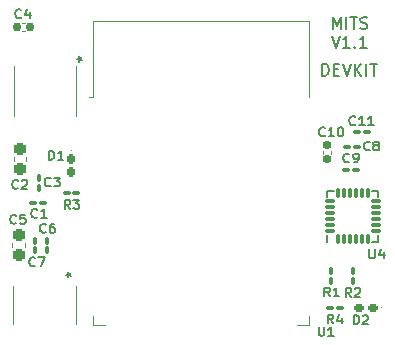
<source format=gto>
G04 #@! TF.GenerationSoftware,KiCad,Pcbnew,(6.0.1-0)*
G04 #@! TF.CreationDate,2022-01-30T17:20:39-05:00*
G04 #@! TF.ProjectId,impact_v1.1,696d7061-6374-45f7-9631-2e312e6b6963,rev?*
G04 #@! TF.SameCoordinates,Original*
G04 #@! TF.FileFunction,Legend,Top*
G04 #@! TF.FilePolarity,Positive*
%FSLAX46Y46*%
G04 Gerber Fmt 4.6, Leading zero omitted, Abs format (unit mm)*
G04 Created by KiCad (PCBNEW (6.0.1-0)) date 2022-01-30 17:20:39*
%MOMM*%
%LPD*%
G01*
G04 APERTURE LIST*
G04 Aperture macros list*
%AMRoundRect*
0 Rectangle with rounded corners*
0 $1 Rounding radius*
0 $2 $3 $4 $5 $6 $7 $8 $9 X,Y pos of 4 corners*
0 Add a 4 corners polygon primitive as box body*
4,1,4,$2,$3,$4,$5,$6,$7,$8,$9,$2,$3,0*
0 Add four circle primitives for the rounded corners*
1,1,$1+$1,$2,$3*
1,1,$1+$1,$4,$5*
1,1,$1+$1,$6,$7*
1,1,$1+$1,$8,$9*
0 Add four rect primitives between the rounded corners*
20,1,$1+$1,$2,$3,$4,$5,0*
20,1,$1+$1,$4,$5,$6,$7,0*
20,1,$1+$1,$6,$7,$8,$9,0*
20,1,$1+$1,$8,$9,$2,$3,0*%
G04 Aperture macros list end*
%ADD10C,0.150000*%
%ADD11C,0.170000*%
%ADD12C,0.120000*%
%ADD13C,0.100000*%
%ADD14R,0.533400X1.460500*%
%ADD15R,0.813000X0.500000*%
%ADD16R,0.449200X1.117800*%
%ADD17R,5.000000X5.000000*%
%ADD18R,2.000000X0.900000*%
%ADD19R,0.900000X2.000000*%
%ADD20RoundRect,0.100000X0.217500X0.100000X-0.217500X0.100000X-0.217500X-0.100000X0.217500X-0.100000X0*%
%ADD21RoundRect,0.100000X-0.100000X0.217500X-0.100000X-0.217500X0.100000X-0.217500X0.100000X0.217500X0*%
%ADD22RoundRect,0.100000X0.100000X-0.217500X0.100000X0.217500X-0.100000X0.217500X-0.100000X-0.217500X0*%
%ADD23RoundRect,0.160000X0.222500X0.160000X-0.222500X0.160000X-0.222500X-0.160000X0.222500X-0.160000X0*%
%ADD24RoundRect,0.100000X-0.217500X-0.100000X0.217500X-0.100000X0.217500X0.100000X-0.217500X0.100000X0*%
%ADD25RoundRect,0.160000X-0.160000X0.222500X-0.160000X-0.222500X0.160000X-0.222500X0.160000X0.222500X0*%
%ADD26RoundRect,0.075000X0.350000X0.075000X-0.350000X0.075000X-0.350000X-0.075000X0.350000X-0.075000X0*%
%ADD27RoundRect,0.075000X0.075000X-0.350000X0.075000X0.350000X-0.075000X0.350000X-0.075000X-0.350000X0*%
%ADD28RoundRect,0.155000X0.155000X-0.212500X0.155000X0.212500X-0.155000X0.212500X-0.155000X-0.212500X0*%
%ADD29RoundRect,0.237500X-0.237500X0.300000X-0.237500X-0.300000X0.237500X-0.300000X0.237500X0.300000X0*%
%ADD30RoundRect,0.237500X0.237500X-0.300000X0.237500X0.300000X-0.237500X0.300000X-0.237500X-0.300000X0*%
%ADD31RoundRect,0.155000X0.212500X0.155000X-0.212500X0.155000X-0.212500X-0.155000X0.212500X-0.155000X0*%
G04 APERTURE END LIST*
D10*
X162638095Y-82902380D02*
X162638095Y-81902380D01*
X162876190Y-81902380D01*
X163019047Y-81950000D01*
X163114285Y-82045238D01*
X163161904Y-82140476D01*
X163209523Y-82330952D01*
X163209523Y-82473809D01*
X163161904Y-82664285D01*
X163114285Y-82759523D01*
X163019047Y-82854761D01*
X162876190Y-82902380D01*
X162638095Y-82902380D01*
X163638095Y-82378571D02*
X163971428Y-82378571D01*
X164114285Y-82902380D02*
X163638095Y-82902380D01*
X163638095Y-81902380D01*
X164114285Y-81902380D01*
X164400000Y-81902380D02*
X164733333Y-82902380D01*
X165066666Y-81902380D01*
X165400000Y-82902380D02*
X165400000Y-81902380D01*
X165971428Y-82902380D02*
X165542857Y-82330952D01*
X165971428Y-81902380D02*
X165400000Y-82473809D01*
X166400000Y-82902380D02*
X166400000Y-81902380D01*
X166733333Y-81902380D02*
X167304761Y-81902380D01*
X167019047Y-82902380D02*
X167019047Y-81902380D01*
X163571428Y-78947380D02*
X163571428Y-77947380D01*
X163904761Y-78661666D01*
X164238095Y-77947380D01*
X164238095Y-78947380D01*
X164714285Y-78947380D02*
X164714285Y-77947380D01*
X165047619Y-77947380D02*
X165619047Y-77947380D01*
X165333333Y-78947380D02*
X165333333Y-77947380D01*
X165904761Y-78899761D02*
X166047619Y-78947380D01*
X166285714Y-78947380D01*
X166380952Y-78899761D01*
X166428571Y-78852142D01*
X166476190Y-78756904D01*
X166476190Y-78661666D01*
X166428571Y-78566428D01*
X166380952Y-78518809D01*
X166285714Y-78471190D01*
X166095238Y-78423571D01*
X166000000Y-78375952D01*
X165952380Y-78328333D01*
X165904761Y-78233095D01*
X165904761Y-78137857D01*
X165952380Y-78042619D01*
X166000000Y-77995000D01*
X166095238Y-77947380D01*
X166333333Y-77947380D01*
X166476190Y-77995000D01*
X163476190Y-79557380D02*
X163809523Y-80557380D01*
X164142857Y-79557380D01*
X165000000Y-80557380D02*
X164428571Y-80557380D01*
X164714285Y-80557380D02*
X164714285Y-79557380D01*
X164619047Y-79700238D01*
X164523809Y-79795476D01*
X164428571Y-79843095D01*
X165428571Y-80462142D02*
X165476190Y-80509761D01*
X165428571Y-80557380D01*
X165380952Y-80509761D01*
X165428571Y-80462142D01*
X165428571Y-80557380D01*
X166428571Y-80557380D02*
X165857142Y-80557380D01*
X166142857Y-80557380D02*
X166142857Y-79557380D01*
X166047619Y-79700238D01*
X165952380Y-79795476D01*
X165857142Y-79843095D01*
X141908380Y-81469900D02*
X142146476Y-81469900D01*
X142051238Y-81707995D02*
X142146476Y-81469900D01*
X142051238Y-81231804D01*
X142336952Y-81612757D02*
X142146476Y-81469900D01*
X142336952Y-81327042D01*
X141002381Y-99756101D02*
X141240477Y-99756101D01*
X141145239Y-99994196D02*
X141240477Y-99756101D01*
X141145239Y-99518005D01*
X141430953Y-99898958D02*
X141240477Y-99756101D01*
X141430953Y-99613243D01*
X162375238Y-104189285D02*
X162375238Y-104796428D01*
X162414285Y-104867857D01*
X162453333Y-104903571D01*
X162531428Y-104939285D01*
X162687619Y-104939285D01*
X162765714Y-104903571D01*
X162804761Y-104867857D01*
X162843809Y-104796428D01*
X162843809Y-104189285D01*
X163663809Y-104939285D02*
X163195238Y-104939285D01*
X163429523Y-104939285D02*
X163429523Y-104189285D01*
X163351428Y-104296428D01*
X163273333Y-104367857D01*
X163195238Y-104403571D01*
X164963333Y-90183857D02*
X164924285Y-90219571D01*
X164807142Y-90255285D01*
X164729047Y-90255285D01*
X164611904Y-90219571D01*
X164533809Y-90148142D01*
X164494761Y-90076714D01*
X164455714Y-89933857D01*
X164455714Y-89826714D01*
X164494761Y-89683857D01*
X164533809Y-89612428D01*
X164611904Y-89541000D01*
X164729047Y-89505285D01*
X164807142Y-89505285D01*
X164924285Y-89541000D01*
X164963333Y-89576714D01*
X165353809Y-90255285D02*
X165510000Y-90255285D01*
X165588095Y-90219571D01*
X165627142Y-90183857D01*
X165705238Y-90076714D01*
X165744285Y-89933857D01*
X165744285Y-89648142D01*
X165705238Y-89576714D01*
X165666190Y-89541000D01*
X165588095Y-89505285D01*
X165431904Y-89505285D01*
X165353809Y-89541000D01*
X165314761Y-89576714D01*
X165275714Y-89648142D01*
X165275714Y-89826714D01*
X165314761Y-89898142D01*
X165353809Y-89933857D01*
X165431904Y-89969571D01*
X165588095Y-89969571D01*
X165666190Y-89933857D01*
X165705238Y-89898142D01*
X165744285Y-89826714D01*
X163605833Y-103889285D02*
X163332500Y-103532142D01*
X163137261Y-103889285D02*
X163137261Y-103139285D01*
X163449642Y-103139285D01*
X163527738Y-103175000D01*
X163566785Y-103210714D01*
X163605833Y-103282142D01*
X163605833Y-103389285D01*
X163566785Y-103460714D01*
X163527738Y-103496428D01*
X163449642Y-103532142D01*
X163137261Y-103532142D01*
X164308690Y-103389285D02*
X164308690Y-103889285D01*
X164113452Y-103103571D02*
X163918214Y-103639285D01*
X164425833Y-103639285D01*
X163312633Y-101604385D02*
X163039300Y-101247242D01*
X162844061Y-101604385D02*
X162844061Y-100854385D01*
X163156442Y-100854385D01*
X163234538Y-100890100D01*
X163273585Y-100925814D01*
X163312633Y-100997242D01*
X163312633Y-101104385D01*
X163273585Y-101175814D01*
X163234538Y-101211528D01*
X163156442Y-101247242D01*
X162844061Y-101247242D01*
X164093585Y-101604385D02*
X163625014Y-101604385D01*
X163859300Y-101604385D02*
X163859300Y-100854385D01*
X163781204Y-100961528D01*
X163703109Y-101032957D01*
X163625014Y-101068671D01*
X139263333Y-96130357D02*
X139224285Y-96166071D01*
X139107142Y-96201785D01*
X139029047Y-96201785D01*
X138911904Y-96166071D01*
X138833809Y-96094642D01*
X138794761Y-96023214D01*
X138755714Y-95880357D01*
X138755714Y-95773214D01*
X138794761Y-95630357D01*
X138833809Y-95558928D01*
X138911904Y-95487500D01*
X139029047Y-95451785D01*
X139107142Y-95451785D01*
X139224285Y-95487500D01*
X139263333Y-95523214D01*
X139966190Y-95451785D02*
X139810000Y-95451785D01*
X139731904Y-95487500D01*
X139692857Y-95523214D01*
X139614761Y-95630357D01*
X139575714Y-95773214D01*
X139575714Y-96058928D01*
X139614761Y-96130357D01*
X139653809Y-96166071D01*
X139731904Y-96201785D01*
X139888095Y-96201785D01*
X139966190Y-96166071D01*
X140005238Y-96130357D01*
X140044285Y-96058928D01*
X140044285Y-95880357D01*
X140005238Y-95808928D01*
X139966190Y-95773214D01*
X139888095Y-95737500D01*
X139731904Y-95737500D01*
X139653809Y-95773214D01*
X139614761Y-95808928D01*
X139575714Y-95880357D01*
X165314761Y-103939285D02*
X165314761Y-103189285D01*
X165510000Y-103189285D01*
X165627142Y-103225000D01*
X165705238Y-103296428D01*
X165744285Y-103367857D01*
X165783333Y-103510714D01*
X165783333Y-103617857D01*
X165744285Y-103760714D01*
X165705238Y-103832142D01*
X165627142Y-103903571D01*
X165510000Y-103939285D01*
X165314761Y-103939285D01*
X166095714Y-103260714D02*
X166134761Y-103225000D01*
X166212857Y-103189285D01*
X166408095Y-103189285D01*
X166486190Y-103225000D01*
X166525238Y-103260714D01*
X166564285Y-103332142D01*
X166564285Y-103403571D01*
X166525238Y-103510714D01*
X166056666Y-103939285D01*
X166564285Y-103939285D01*
X166688333Y-89167857D02*
X166649285Y-89203571D01*
X166532142Y-89239285D01*
X166454047Y-89239285D01*
X166336904Y-89203571D01*
X166258809Y-89132142D01*
X166219761Y-89060714D01*
X166180714Y-88917857D01*
X166180714Y-88810714D01*
X166219761Y-88667857D01*
X166258809Y-88596428D01*
X166336904Y-88525000D01*
X166454047Y-88489285D01*
X166532142Y-88489285D01*
X166649285Y-88525000D01*
X166688333Y-88560714D01*
X167156904Y-88810714D02*
X167078809Y-88775000D01*
X167039761Y-88739285D01*
X167000714Y-88667857D01*
X167000714Y-88632142D01*
X167039761Y-88560714D01*
X167078809Y-88525000D01*
X167156904Y-88489285D01*
X167313095Y-88489285D01*
X167391190Y-88525000D01*
X167430238Y-88560714D01*
X167469285Y-88632142D01*
X167469285Y-88667857D01*
X167430238Y-88739285D01*
X167391190Y-88775000D01*
X167313095Y-88810714D01*
X167156904Y-88810714D01*
X167078809Y-88846428D01*
X167039761Y-88882142D01*
X167000714Y-88953571D01*
X167000714Y-89096428D01*
X167039761Y-89167857D01*
X167078809Y-89203571D01*
X167156904Y-89239285D01*
X167313095Y-89239285D01*
X167391190Y-89203571D01*
X167430238Y-89167857D01*
X167469285Y-89096428D01*
X167469285Y-88953571D01*
X167430238Y-88882142D01*
X167391190Y-88846428D01*
X167313095Y-88810714D01*
X141323333Y-94189285D02*
X141050000Y-93832142D01*
X140854761Y-94189285D02*
X140854761Y-93439285D01*
X141167142Y-93439285D01*
X141245238Y-93475000D01*
X141284285Y-93510714D01*
X141323333Y-93582142D01*
X141323333Y-93689285D01*
X141284285Y-93760714D01*
X141245238Y-93796428D01*
X141167142Y-93832142D01*
X140854761Y-93832142D01*
X141596666Y-93439285D02*
X142104285Y-93439285D01*
X141830952Y-93725000D01*
X141948095Y-93725000D01*
X142026190Y-93760714D01*
X142065238Y-93796428D01*
X142104285Y-93867857D01*
X142104285Y-94046428D01*
X142065238Y-94117857D01*
X142026190Y-94153571D01*
X141948095Y-94189285D01*
X141713809Y-94189285D01*
X141635714Y-94153571D01*
X141596666Y-94117857D01*
X165472857Y-87017857D02*
X165433809Y-87053571D01*
X165316666Y-87089285D01*
X165238571Y-87089285D01*
X165121428Y-87053571D01*
X165043333Y-86982142D01*
X165004285Y-86910714D01*
X164965238Y-86767857D01*
X164965238Y-86660714D01*
X165004285Y-86517857D01*
X165043333Y-86446428D01*
X165121428Y-86375000D01*
X165238571Y-86339285D01*
X165316666Y-86339285D01*
X165433809Y-86375000D01*
X165472857Y-86410714D01*
X166253809Y-87089285D02*
X165785238Y-87089285D01*
X166019523Y-87089285D02*
X166019523Y-86339285D01*
X165941428Y-86446428D01*
X165863333Y-86517857D01*
X165785238Y-86553571D01*
X167034761Y-87089285D02*
X166566190Y-87089285D01*
X166800476Y-87089285D02*
X166800476Y-86339285D01*
X166722380Y-86446428D01*
X166644285Y-86517857D01*
X166566190Y-86553571D01*
X139494761Y-90016785D02*
X139494761Y-89266785D01*
X139690000Y-89266785D01*
X139807142Y-89302500D01*
X139885238Y-89373928D01*
X139924285Y-89445357D01*
X139963333Y-89588214D01*
X139963333Y-89695357D01*
X139924285Y-89838214D01*
X139885238Y-89909642D01*
X139807142Y-89981071D01*
X139690000Y-90016785D01*
X139494761Y-90016785D01*
X140744285Y-90016785D02*
X140275714Y-90016785D01*
X140510000Y-90016785D02*
X140510000Y-89266785D01*
X140431904Y-89373928D01*
X140353809Y-89445357D01*
X140275714Y-89481071D01*
X166657238Y-97615085D02*
X166657238Y-98222228D01*
X166696285Y-98293657D01*
X166735333Y-98329371D01*
X166813428Y-98365085D01*
X166969619Y-98365085D01*
X167047714Y-98329371D01*
X167086761Y-98293657D01*
X167125809Y-98222228D01*
X167125809Y-97615085D01*
X167867714Y-97865085D02*
X167867714Y-98365085D01*
X167672476Y-97579371D02*
X167477238Y-98115085D01*
X167984857Y-98115085D01*
X138363333Y-98980357D02*
X138324285Y-99016071D01*
X138207142Y-99051785D01*
X138129047Y-99051785D01*
X138011904Y-99016071D01*
X137933809Y-98944642D01*
X137894761Y-98873214D01*
X137855714Y-98730357D01*
X137855714Y-98623214D01*
X137894761Y-98480357D01*
X137933809Y-98408928D01*
X138011904Y-98337500D01*
X138129047Y-98301785D01*
X138207142Y-98301785D01*
X138324285Y-98337500D01*
X138363333Y-98373214D01*
X138636666Y-98301785D02*
X139183333Y-98301785D01*
X138831904Y-99051785D01*
X165113333Y-101629585D02*
X164840000Y-101272442D01*
X164644761Y-101629585D02*
X164644761Y-100879585D01*
X164957142Y-100879585D01*
X165035238Y-100915300D01*
X165074285Y-100951014D01*
X165113333Y-101022442D01*
X165113333Y-101129585D01*
X165074285Y-101201014D01*
X165035238Y-101236728D01*
X164957142Y-101272442D01*
X164644761Y-101272442D01*
X165425714Y-100951014D02*
X165464761Y-100915300D01*
X165542857Y-100879585D01*
X165738095Y-100879585D01*
X165816190Y-100915300D01*
X165855238Y-100951014D01*
X165894285Y-101022442D01*
X165894285Y-101093871D01*
X165855238Y-101201014D01*
X165386666Y-101629585D01*
X165894285Y-101629585D01*
X162896657Y-87967857D02*
X162857609Y-88003571D01*
X162740466Y-88039285D01*
X162662371Y-88039285D01*
X162545228Y-88003571D01*
X162467133Y-87932142D01*
X162428085Y-87860714D01*
X162389038Y-87717857D01*
X162389038Y-87610714D01*
X162428085Y-87467857D01*
X162467133Y-87396428D01*
X162545228Y-87325000D01*
X162662371Y-87289285D01*
X162740466Y-87289285D01*
X162857609Y-87325000D01*
X162896657Y-87360714D01*
X163677609Y-88039285D02*
X163209038Y-88039285D01*
X163443323Y-88039285D02*
X163443323Y-87289285D01*
X163365228Y-87396428D01*
X163287133Y-87467857D01*
X163209038Y-87503571D01*
X164185228Y-87289285D02*
X164263323Y-87289285D01*
X164341419Y-87325000D01*
X164380466Y-87360714D01*
X164419514Y-87432142D01*
X164458561Y-87575000D01*
X164458561Y-87753571D01*
X164419514Y-87896428D01*
X164380466Y-87967857D01*
X164341419Y-88003571D01*
X164263323Y-88039285D01*
X164185228Y-88039285D01*
X164107133Y-88003571D01*
X164068085Y-87967857D01*
X164029038Y-87896428D01*
X163989990Y-87753571D01*
X163989990Y-87575000D01*
X164029038Y-87432142D01*
X164068085Y-87360714D01*
X164107133Y-87325000D01*
X164185228Y-87289285D01*
X138545833Y-94867857D02*
X138506785Y-94903571D01*
X138389642Y-94939285D01*
X138311547Y-94939285D01*
X138194404Y-94903571D01*
X138116309Y-94832142D01*
X138077261Y-94760714D01*
X138038214Y-94617857D01*
X138038214Y-94510714D01*
X138077261Y-94367857D01*
X138116309Y-94296428D01*
X138194404Y-94225000D01*
X138311547Y-94189285D01*
X138389642Y-94189285D01*
X138506785Y-94225000D01*
X138545833Y-94260714D01*
X139326785Y-94939285D02*
X138858214Y-94939285D01*
X139092500Y-94939285D02*
X139092500Y-94189285D01*
X139014404Y-94296428D01*
X138936309Y-94367857D01*
X138858214Y-94403571D01*
X139663333Y-92217857D02*
X139624285Y-92253571D01*
X139507142Y-92289285D01*
X139429047Y-92289285D01*
X139311904Y-92253571D01*
X139233809Y-92182142D01*
X139194761Y-92110714D01*
X139155714Y-91967857D01*
X139155714Y-91860714D01*
X139194761Y-91717857D01*
X139233809Y-91646428D01*
X139311904Y-91575000D01*
X139429047Y-91539285D01*
X139507142Y-91539285D01*
X139624285Y-91575000D01*
X139663333Y-91610714D01*
X139936666Y-91539285D02*
X140444285Y-91539285D01*
X140170952Y-91825000D01*
X140288095Y-91825000D01*
X140366190Y-91860714D01*
X140405238Y-91896428D01*
X140444285Y-91967857D01*
X140444285Y-92146428D01*
X140405238Y-92217857D01*
X140366190Y-92253571D01*
X140288095Y-92289285D01*
X140053809Y-92289285D01*
X139975714Y-92253571D01*
X139936666Y-92217857D01*
X136763333Y-95380357D02*
X136724285Y-95416071D01*
X136607142Y-95451785D01*
X136529047Y-95451785D01*
X136411904Y-95416071D01*
X136333809Y-95344642D01*
X136294761Y-95273214D01*
X136255714Y-95130357D01*
X136255714Y-95023214D01*
X136294761Y-94880357D01*
X136333809Y-94808928D01*
X136411904Y-94737500D01*
X136529047Y-94701785D01*
X136607142Y-94701785D01*
X136724285Y-94737500D01*
X136763333Y-94773214D01*
X137505238Y-94701785D02*
X137114761Y-94701785D01*
X137075714Y-95058928D01*
X137114761Y-95023214D01*
X137192857Y-94987500D01*
X137388095Y-94987500D01*
X137466190Y-95023214D01*
X137505238Y-95058928D01*
X137544285Y-95130357D01*
X137544285Y-95308928D01*
X137505238Y-95380357D01*
X137466190Y-95416071D01*
X137388095Y-95451785D01*
X137192857Y-95451785D01*
X137114761Y-95416071D01*
X137075714Y-95380357D01*
D11*
X136913333Y-92415857D02*
X136874285Y-92451571D01*
X136757142Y-92487285D01*
X136679047Y-92487285D01*
X136561904Y-92451571D01*
X136483809Y-92380142D01*
X136444761Y-92308714D01*
X136405714Y-92165857D01*
X136405714Y-92058714D01*
X136444761Y-91915857D01*
X136483809Y-91844428D01*
X136561904Y-91773000D01*
X136679047Y-91737285D01*
X136757142Y-91737285D01*
X136874285Y-91773000D01*
X136913333Y-91808714D01*
X137225714Y-91808714D02*
X137264761Y-91773000D01*
X137342857Y-91737285D01*
X137538095Y-91737285D01*
X137616190Y-91773000D01*
X137655238Y-91808714D01*
X137694285Y-91880142D01*
X137694285Y-91951571D01*
X137655238Y-92058714D01*
X137186666Y-92487285D01*
X137694285Y-92487285D01*
D10*
X137178333Y-77967857D02*
X137139285Y-78003571D01*
X137022142Y-78039285D01*
X136944047Y-78039285D01*
X136826904Y-78003571D01*
X136748809Y-77932142D01*
X136709761Y-77860714D01*
X136670714Y-77717857D01*
X136670714Y-77610714D01*
X136709761Y-77467857D01*
X136748809Y-77396428D01*
X136826904Y-77325000D01*
X136944047Y-77289285D01*
X137022142Y-77289285D01*
X137139285Y-77325000D01*
X137178333Y-77360714D01*
X137881190Y-77539285D02*
X137881190Y-78039285D01*
X137685952Y-77253571D02*
X137490714Y-77789285D01*
X137998333Y-77789285D01*
D12*
X136598800Y-82103250D02*
X136598800Y-86345050D01*
X141831200Y-86345050D02*
X141831200Y-82103250D01*
X141777001Y-103947901D02*
X141777001Y-100693901D01*
X136523001Y-100693901D02*
X136523001Y-103947901D01*
X143280000Y-84705000D02*
X142900000Y-84705000D01*
X143280000Y-104030000D02*
X144280000Y-104030000D01*
X143280000Y-103250000D02*
X143280000Y-104030000D01*
X143280000Y-78285000D02*
X161520000Y-78285000D01*
X161520000Y-103250000D02*
X161520000Y-104030000D01*
X143280000Y-78285000D02*
X143280000Y-84705000D01*
X161520000Y-78285000D02*
X161520000Y-84705000D01*
X161520000Y-104030000D02*
X160520000Y-104030000D01*
D13*
X167665000Y-102550000D02*
G75*
G03*
X167665000Y-102550000I-50000J0D01*
G01*
X141450000Y-89235000D02*
G75*
G03*
X141450000Y-89235000I-50000J0D01*
G01*
D10*
X163100000Y-92650000D02*
X163625000Y-92650000D01*
X163100000Y-96950000D02*
X163100000Y-96425000D01*
X167400000Y-92650000D02*
X167400000Y-93175000D01*
X163100000Y-92650000D02*
X163100000Y-93175000D01*
X167400000Y-92650000D02*
X166875000Y-92650000D01*
X167400000Y-96950000D02*
X166875000Y-96950000D01*
X167400000Y-96950000D02*
X167400000Y-96425000D01*
D12*
X162713800Y-89498335D02*
X162713800Y-89266665D01*
X163433800Y-89498335D02*
X163433800Y-89266665D01*
X136440000Y-97103733D02*
X136440000Y-97396267D01*
X137460000Y-97103733D02*
X137460000Y-97396267D01*
X136540000Y-90108767D02*
X136540000Y-89816233D01*
X137560000Y-90108767D02*
X137560000Y-89816233D01*
X137498335Y-78440000D02*
X137266665Y-78440000D01*
X137498335Y-79160000D02*
X137266665Y-79160000D01*
%LPC*%
D14*
X141120000Y-86948300D03*
X139850000Y-86948300D03*
X138580000Y-86948300D03*
X137310000Y-86948300D03*
X137310000Y-81500000D03*
X138580000Y-81500000D03*
X139850000Y-81500000D03*
X141120000Y-81500000D03*
D15*
X140868499Y-102320901D03*
D16*
X141150000Y-103691802D03*
X140350001Y-103691802D03*
X139550000Y-103691802D03*
X138750002Y-103691802D03*
X137950001Y-103691802D03*
X137150000Y-103691802D03*
D15*
X137431503Y-102320901D03*
D16*
X137150002Y-100950000D03*
X137950001Y-100950000D03*
X138750002Y-100950000D03*
X139550000Y-100950000D03*
X140350001Y-100950000D03*
X141150002Y-100950000D03*
D17*
X151400000Y-93395000D03*
D18*
X160900000Y-85895000D03*
X160900000Y-87165000D03*
X160900000Y-88435000D03*
X160900000Y-89705000D03*
X160900000Y-90975000D03*
X160900000Y-92245000D03*
X160900000Y-93515000D03*
X160900000Y-94785000D03*
X160900000Y-96055000D03*
X160900000Y-97325000D03*
X160900000Y-98595000D03*
X160900000Y-99865000D03*
X160900000Y-101135000D03*
X160900000Y-102405000D03*
D19*
X158115000Y-103405000D03*
X156845000Y-103405000D03*
X155575000Y-103405000D03*
X154305000Y-103405000D03*
X153035000Y-103405000D03*
X151765000Y-103405000D03*
X150495000Y-103405000D03*
X149225000Y-103405000D03*
X147955000Y-103405000D03*
X146685000Y-103405000D03*
D18*
X143900000Y-102405000D03*
X143900000Y-101135000D03*
X143900000Y-99865000D03*
X143900000Y-98595000D03*
X143900000Y-97325000D03*
X143900000Y-96055000D03*
X143900000Y-94785000D03*
X143900000Y-93515000D03*
X143900000Y-92245000D03*
X143900000Y-90975000D03*
X143900000Y-89705000D03*
X143900000Y-88435000D03*
X143900000Y-87165000D03*
X143900000Y-85895000D03*
D20*
X164685000Y-90900000D03*
X165500000Y-90900000D03*
X164150000Y-102550000D03*
X163335000Y-102550000D03*
D21*
X163450000Y-99435000D03*
X163450000Y-100250000D03*
D22*
X139400000Y-97687500D03*
X139400000Y-96872500D03*
D23*
X166922500Y-102550000D03*
X165777500Y-102550000D03*
D24*
X165600000Y-88950000D03*
X164785000Y-88950000D03*
X141850000Y-92800000D03*
X141035000Y-92800000D03*
D20*
X165642500Y-87700000D03*
X166457500Y-87700000D03*
D25*
X141400000Y-91072500D03*
X141400000Y-89927500D03*
D26*
X163300000Y-96050000D03*
X163300000Y-95550000D03*
X163300000Y-95050000D03*
X163300000Y-94550000D03*
X163300000Y-94050000D03*
X163300000Y-93550000D03*
D27*
X164000000Y-92850000D03*
X164500000Y-92850000D03*
X165000000Y-92850000D03*
X165500000Y-92850000D03*
X166000000Y-92850000D03*
X166500000Y-92850000D03*
D26*
X167200000Y-93550000D03*
X167200000Y-94050000D03*
X167200000Y-94550000D03*
X167200000Y-95050000D03*
X167200000Y-95550000D03*
X167200000Y-96050000D03*
D27*
X166500000Y-96750000D03*
X166000000Y-96750000D03*
X165500000Y-96750000D03*
X165000000Y-96750000D03*
X164500000Y-96750000D03*
X164000000Y-96750000D03*
D21*
X138350000Y-96872500D03*
X138350000Y-97687500D03*
X165250000Y-100250000D03*
X165250000Y-99435000D03*
D28*
X163073800Y-88815000D03*
X163073800Y-89950000D03*
D20*
X138192500Y-93700000D03*
X139007500Y-93700000D03*
D21*
X138650000Y-92407500D03*
X138650000Y-91592500D03*
D29*
X136950000Y-96387500D03*
X136950000Y-98112500D03*
D30*
X137050000Y-90825000D03*
X137050000Y-89100000D03*
D31*
X136815000Y-78800000D03*
X137950000Y-78800000D03*
M02*

</source>
